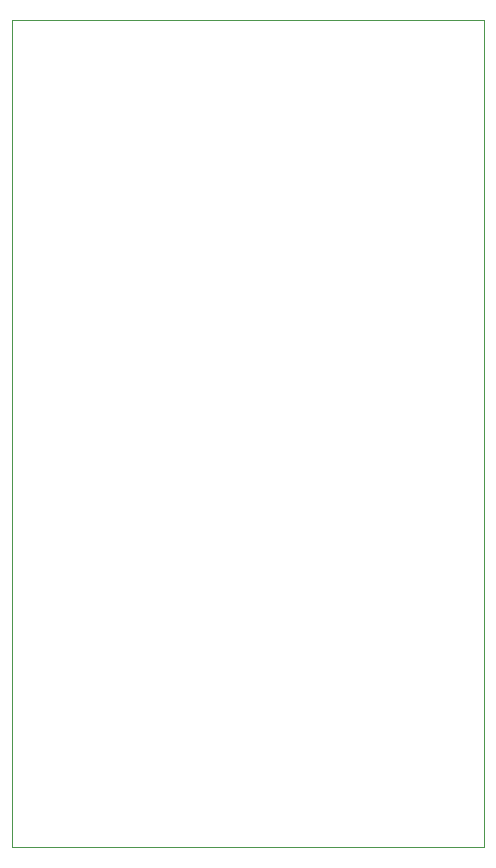
<source format=gbr>
G04*
G04 #@! TF.GenerationSoftware,Altium Limited,Altium Designer,24.2.2 (26)*
G04*
G04 Layer_Color=0*
%FSLAX44Y44*%
%MOMM*%
G71*
G04*
G04 #@! TF.SameCoordinates,A69A520D-3C44-4C1A-B5D4-BA9765A151AF*
G04*
G04*
G04 #@! TF.FilePolarity,Positive*
G04*
G01*
G75*
%ADD69C,0.0254*%
D69*
X0Y0D02*
Y700000D01*
X400000D01*
Y0D01*
X0D01*
M02*

</source>
